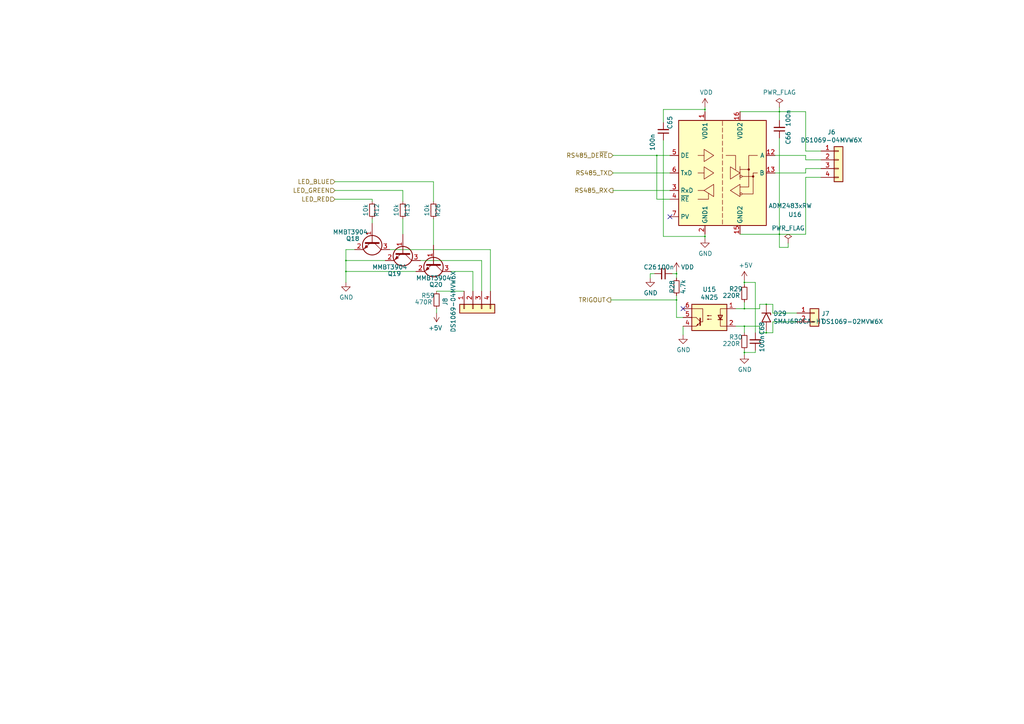
<source format=kicad_sch>
(kicad_sch (version 20200714) (host eeschema "5.99.0-unknown-4b7c88309~102~ubuntu18.04.1")
  (page 3 7)
  (paper "A4")
  (lib_symbols
    (symbol "Connector_Generic:Conn_01x02" (pin_names hide)
      (property "Reference" "J" (at 0 2.54 0))
      (property "Value" "Conn_01x02" (at 0 -5.08 0))
      (symbol "Conn_01x02_1_1"
        (rectangle (start -1.27 -2.413) (end 0 -2.667))
        (rectangle (start -1.27 0.127) (end 0 -0.127))
        (rectangle (start -1.27 1.27) (end 1.27 -3.81) (stroke (width 0.254)) (fill (type background)))
        (pin passive line (at -5.08 0 0) (length 3.81) (name "Pin_1") (number "1"))
        (pin passive line (at -5.08 -2.54 0) (length 3.81) (name "Pin_2") (number "2"))
      )
    )
    (symbol "Connector_Generic:Conn_01x04" (pin_names hide)
      (property "Reference" "J" (at 0 5.08 0))
      (property "Value" "Conn_01x04" (at 0 -7.62 0))
      (symbol "Conn_01x04_1_1"
        (rectangle (start -1.27 -4.953) (end 0 -5.207))
        (rectangle (start -1.27 -2.413) (end 0 -2.667))
        (rectangle (start -1.27 2.667) (end 0 2.413))
        (rectangle (start -1.27 3.81) (end 1.27 -6.35) (stroke (width 0.254)) (fill (type background)))
        (rectangle (start -1.27 0.127) (end 0 -0.127))
        (pin passive line (at -5.08 2.54 0) (length 3.81) (name "Pin_1") (number "1"))
        (pin passive line (at -5.08 0 0) (length 3.81) (name "Pin_2") (number "2"))
        (pin passive line (at -5.08 -2.54 0) (length 3.81) (name "Pin_3") (number "3"))
        (pin passive line (at -5.08 -5.08 0) (length 3.81) (name "Pin_4") (number "4"))
      )
    )
    (symbol "Device:C_Small" (pin_numbers hide) (pin_names (offset 0.254) hide)
      (property "Reference" "C" (at 0.254 1.778 0))
      (property "Value" "C_Small" (at 0.254 -2.032 0))
      (symbol "C_Small_0_1"
        (polyline (pts (xy -1.524 -0.508) (xy 1.524 -0.508)) (stroke (width 0.3302)))
        (polyline (pts (xy -1.524 0.508) (xy 1.524 0.508)) (stroke (width 0.3048)))
      )
      (symbol "C_Small_1_1"
        (pin passive line (at 0 2.54 270) (length 2.032) (name "~") (number "1"))
        (pin passive line (at 0 -2.54 90) (length 2.032) (name "~") (number "2"))
      )
    )
    (symbol "Device:C_Small_1" (pin_numbers hide) (pin_names (offset 0.254) hide)
      (property "Reference" "C" (at 0.254 1.778 0))
      (property "Value" "C_Small" (at 0.254 -2.032 0))
      (symbol "C_Small_1_0_1"
        (polyline (pts (xy -1.524 -0.508) (xy 1.524 -0.508)) (stroke (width 0.3302)))
        (polyline (pts (xy -1.524 0.508) (xy 1.524 0.508)) (stroke (width 0.3048)))
      )
      (symbol "C_Small_1_1_1"
        (pin passive line (at 0 2.54 270) (length 2.032) (name "~") (number "1"))
        (pin passive line (at 0 -2.54 90) (length 2.032) (name "~") (number "2"))
      )
    )
    (symbol "Device:C_Small_2" (pin_numbers hide) (pin_names (offset 0.254) hide)
      (property "Reference" "C" (at 0.254 1.778 0))
      (property "Value" "C_Small" (at 0.254 -2.032 0))
      (symbol "C_Small_2_0_1"
        (polyline (pts (xy -1.524 -0.508) (xy 1.524 -0.508)) (stroke (width 0.3302)))
        (polyline (pts (xy -1.524 0.508) (xy 1.524 0.508)) (stroke (width 0.3048)))
      )
      (symbol "C_Small_2_1_1"
        (pin passive line (at 0 2.54 270) (length 2.032) (name "~") (number "1"))
        (pin passive line (at 0 -2.54 90) (length 2.032) (name "~") (number "2"))
      )
    )
    (symbol "Device:C_Small_5" (pin_numbers hide) (pin_names (offset 0.254) hide)
      (property "Reference" "C" (at 0.254 1.778 0))
      (property "Value" "C_Small" (at 0.254 -2.032 0))
      (symbol "C_Small_5_0_1"
        (polyline (pts (xy -1.524 -0.508) (xy 1.524 -0.508)) (stroke (width 0.3302)))
        (polyline (pts (xy -1.524 0.508) (xy 1.524 0.508)) (stroke (width 0.3048)))
      )
      (symbol "C_Small_5_1_1"
        (pin passive line (at 0 2.54 270) (length 2.032) (name "~") (number "1"))
        (pin passive line (at 0 -2.54 90) (length 2.032) (name "~") (number "2"))
      )
    )
    (symbol "Device:R_Small" (pin_numbers hide) (pin_names (offset 0.254) hide)
      (property "Reference" "R" (at 0.762 0.508 0))
      (property "Value" "R_Small" (at 0.762 -1.016 0))
      (symbol "R_Small_0_1"
        (rectangle (start -0.762 1.778) (end 0.762 -1.778) (stroke (width 0.2032)))
      )
      (symbol "R_Small_1_1"
        (pin passive line (at 0 2.54 270) (length 0.762) (name "~") (number "1"))
        (pin passive line (at 0 -2.54 90) (length 0.762) (name "~") (number "2"))
      )
    )
    (symbol "Device:R_Small_1" (pin_numbers hide) (pin_names (offset 0.254) hide)
      (property "Reference" "R" (at 0.762 0.508 0))
      (property "Value" "R_Small" (at 0.762 -1.016 0))
      (symbol "R_Small_1_0_1"
        (rectangle (start -0.762 1.778) (end 0.762 -1.778) (stroke (width 0.2032)))
      )
      (symbol "R_Small_1_1_1"
        (pin passive line (at 0 2.54 270) (length 0.762) (name "~") (number "1"))
        (pin passive line (at 0 -2.54 90) (length 0.762) (name "~") (number "2"))
      )
    )
    (symbol "Device:R_Small_5" (pin_numbers hide) (pin_names (offset 0.254) hide)
      (property "Reference" "R" (at 0.762 0.508 0))
      (property "Value" "R_Small" (at 0.762 -1.016 0))
      (symbol "R_Small_5_0_1"
        (rectangle (start -0.762 1.778) (end 0.762 -1.778) (stroke (width 0.2032)))
      )
      (symbol "R_Small_5_1_1"
        (pin passive line (at 0 2.54 270) (length 0.762) (name "~") (number "1"))
        (pin passive line (at 0 -2.54 90) (length 0.762) (name "~") (number "2"))
      )
    )
    (symbol "Device:R_Small_6" (pin_numbers hide) (pin_names (offset 0.254) hide)
      (property "Reference" "R" (at 0.762 0.508 0))
      (property "Value" "R_Small" (at 0.762 -1.016 0))
      (symbol "R_Small_6_0_1"
        (rectangle (start -0.762 1.778) (end 0.762 -1.778) (stroke (width 0.2032)))
      )
      (symbol "R_Small_6_1_1"
        (pin passive line (at 0 2.54 270) (length 0.762) (name "~") (number "1"))
        (pin passive line (at 0 -2.54 90) (length 0.762) (name "~") (number "2"))
      )
    )
    (symbol "Device:R_Small_7" (pin_numbers hide) (pin_names (offset 0.254) hide)
      (property "Reference" "R" (at 0.762 0.508 0))
      (property "Value" "R_Small" (at 0.762 -1.016 0))
      (symbol "R_Small_7_0_1"
        (rectangle (start -0.762 1.778) (end 0.762 -1.778) (stroke (width 0.2032)))
      )
      (symbol "R_Small_7_1_1"
        (pin passive line (at 0 2.54 270) (length 0.762) (name "~") (number "1"))
        (pin passive line (at 0 -2.54 90) (length 0.762) (name "~") (number "2"))
      )
    )
    (symbol "Device:R_Small_8" (pin_numbers hide) (pin_names (offset 0.254) hide)
      (property "Reference" "R" (at 0.762 0.508 0))
      (property "Value" "R_Small" (at 0.762 -1.016 0))
      (symbol "R_Small_8_0_1"
        (rectangle (start -0.762 1.778) (end 0.762 -1.778) (stroke (width 0.2032)))
      )
      (symbol "R_Small_8_1_1"
        (pin passive line (at 0 2.54 270) (length 0.762) (name "~") (number "1"))
        (pin passive line (at 0 -2.54 90) (length 0.762) (name "~") (number "2"))
      )
    )
    (symbol "Device:R_Small_9" (pin_numbers hide) (pin_names (offset 0.254) hide)
      (property "Reference" "R" (at 0.762 0.508 0))
      (property "Value" "R_Small" (at 0.762 -1.016 0))
      (symbol "R_Small_9_0_1"
        (rectangle (start -0.762 1.778) (end 0.762 -1.778) (stroke (width 0.2032)))
      )
      (symbol "R_Small_9_1_1"
        (pin passive line (at 0 2.54 270) (length 0.762) (name "~") (number "1"))
        (pin passive line (at 0 -2.54 90) (length 0.762) (name "~") (number "2"))
      )
    )
    (symbol "Diode:1.5KExxA" (pin_numbers hide) (pin_names hide)
      (property "Reference" "D" (at 0 2.54 0))
      (property "Value" "1.5KExxA" (at 0 -2.54 0))
      (symbol "1.5KExxA_0_1"
        (polyline (pts (xy -0.762 1.27) (xy -1.27 1.27) (xy -1.27 -1.27)) (stroke (width 0.254)))
        (polyline (pts (xy 1.27 1.27) (xy 1.27 -1.27) (xy -1.27 0) (xy 1.27 1.27)) (stroke (width 0.254)))
      )
      (symbol "1.5KExxA_1_1"
        (pin passive line (at -3.81 0 0) (length 2.54) (name "A1") (number "1"))
        (pin passive line (at 3.81 0 180) (length 2.54) (name "A2") (number "2"))
      )
    )
    (symbol "Interface_UART:ADM2483xRW" (pin_names (offset 0.508))
      (property "Reference" "U" (at -12.7 16.51 0))
      (property "Value" "ADM2483xRW" (at 6.35 16.51 0))
      (symbol "ADM2483xRW_0_1"
        (circle (center 5.3848 -6.0706) (radius 0.3048))
        (circle (center 5.3848 -0.9906) (radius 0.3048))
        (circle (center 7.62 1.016) (radius 0.254) (fill (type outline)))
        (circle (center 8.89 -1.016) (radius 0.254) (fill (type outline)))
        (rectangle (start -12.7 15.24) (end 12.7 -15.24) (stroke (width 0.254)) (fill (type background)))
        (polyline (pts (xy -5.334 -5.08) (xy -7.112 -5.08)))
        (polyline (pts (xy -5.334 0) (xy -7.112 0)))
        (polyline (pts (xy -5.334 5.08) (xy -7.112 5.08)))
        (polyline (pts (xy 5.08 1.016) (xy 7.62 1.016)))
        (polyline (pts (xy 5.08 1.905) (xy 5.08 -1.905)))
        (polyline (pts (xy 5.715 -1.016) (xy 8.89 -1.016)))
        (polyline (pts (xy -7.112 -7.62) (xy -4.064 -7.62) (xy -4.064 -5.969)))
        (polyline (pts (xy 1.016 5.08) (xy 3.81 5.08) (xy 3.81 0.889)))
        (polyline (pts (xy -5.334 -5.08) (xy -2.54 -3.302) (xy -2.54 -6.858) (xy -5.334 -5.08)))
        (polyline (pts (xy -2.54 0) (xy -5.334 1.778) (xy -5.334 -1.778) (xy -2.54 0)))
        (polyline (pts (xy -2.54 5.08) (xy -5.334 6.858) (xy -5.334 3.302) (xy -2.54 5.08)))
        (polyline (pts (xy 2.286 -5.08) (xy 5.08 -3.302) (xy 5.08 -6.858) (xy 2.286 -5.08)))
        (polyline (pts (xy 5.08 -4.064) (xy 7.62 -4.064) (xy 7.62 5.08) (xy 10.16 5.08)))
        (polyline (pts (xy 5.08 0) (xy 2.286 1.778) (xy 2.286 -1.778) (xy 5.08 0)))
        (polyline (pts (xy 5.715 -6.096) (xy 8.89 -6.096) (xy 8.89 0) (xy 10.16 0)))
      )
      (symbol "ADM2483xRW_0_0"
        (polyline (pts (xy 0 -13.589) (xy 0 -14.859)))
        (polyline (pts (xy 0 -11.684) (xy 0 -12.954)))
        (polyline (pts (xy 0 -9.779) (xy 0 -11.049)))
        (polyline (pts (xy 0 -7.874) (xy 0 -9.144)))
        (polyline (pts (xy 0 -5.969) (xy 0 -7.239)))
        (polyline (pts (xy 0 -4.064) (xy 0 -5.334)))
        (polyline (pts (xy 0 -2.159) (xy 0 -3.429)))
        (polyline (pts (xy 0 -0.254) (xy 0 -1.524)))
        (polyline (pts (xy 0 1.651) (xy 0 0.381)))
        (polyline (pts (xy 0 3.556) (xy 0 2.286)))
        (polyline (pts (xy 0 5.461) (xy 0 4.191)))
        (polyline (pts (xy 0 7.366) (xy 0 6.096)))
        (polyline (pts (xy 0 9.271) (xy 0 8.001)))
        (polyline (pts (xy 0 11.176) (xy 0 9.906)))
        (polyline (pts (xy 0 13.081) (xy 0 11.811)))
        (polyline (pts (xy 0 14.986) (xy 0 13.716)))
      )
      (symbol "ADM2483xRW_1_1"
        (pin power_in line (at -5.08 17.78 270) (length 2.54) (name "VDD1") (number "1"))
        (pin unconnected line (at 7.62 -15.24 90) (length 2.54) hide (name "NC") (number "10"))
        (pin unconnected line (at 12.7 -7.62 180) (length 2.54) hide (name "NC") (number "11"))
        (pin bidirectional line (at 15.24 5.08 180) (length 2.54) (name "A") (number "12"))
        (pin bidirectional line (at 15.24 0 180) (length 2.54) (name "B") (number "13"))
        (pin unconnected line (at 12.7 7.62 180) (length 2.54) hide (name "NC") (number "14"))
        (pin power_in line (at 5.08 -17.78 90) (length 2.54) (name "GND2") (number "15"))
        (pin power_in line (at 5.08 17.78 270) (length 2.54) (name "VDD2") (number "16"))
        (pin power_in line (at -5.08 -17.78 90) (length 2.54) (name "GND1") (number "2"))
        (pin output line (at -15.24 -5.08 0) (length 2.54) (name "RxD") (number "3"))
        (pin input line (at -15.24 -7.62 0) (length 2.54) (name "~RE") (number "4"))
        (pin input line (at -15.24 5.08 0) (length 2.54) (name "DE") (number "5"))
        (pin input line (at -15.24 0 0) (length 2.54) (name "TxD") (number "6"))
        (pin input line (at -15.24 -12.7 0) (length 2.54) (name "PV") (number "7"))
        (pin passive line (at -5.08 -17.78 90) (length 2.54) hide (name "GND1") (number "8"))
        (pin passive line (at 5.08 -17.78 90) (length 2.54) hide (name "GND2") (number "9"))
      )
    )
    (symbol "Isolator:4N25"
      (property "Reference" "U" (at -5.08 5.08 0))
      (property "Value" "4N25" (at 0 5.08 0))
      (symbol "4N25_0_1"
        (rectangle (start -5.08 3.81) (end 5.08 -3.81) (stroke (width 0.254)) (fill (type background)))
        (polyline (pts (xy -3.81 -0.635) (xy -2.54 -0.635)) (stroke (width 0.254)))
        (polyline (pts (xy 2.667 -1.397) (xy 3.81 -2.54)))
        (polyline (pts (xy 2.667 -1.143) (xy 3.81 0)))
        (polyline (pts (xy 3.81 -2.54) (xy 5.08 -2.54)))
        (polyline (pts (xy 3.81 0) (xy 5.08 0)))
        (polyline (pts (xy 2.667 -0.254) (xy 2.667 -2.286) (xy 2.667 -2.286)) (stroke (width 0.3556)))
        (polyline (pts (xy -5.08 -2.54) (xy -3.175 -2.54) (xy -3.175 2.54) (xy -5.08 2.54)))
        (polyline (pts (xy -3.175 -0.635) (xy -3.81 0.635) (xy -2.54 0.635) (xy -3.175 -0.635)) (stroke (width 0.254)))
        (polyline (pts (xy 3.683 -2.413) (xy 3.429 -1.905) (xy 3.175 -2.159) (xy 3.683 -2.413)))
        (polyline (pts (xy 5.08 2.54) (xy 1.905 2.54) (xy 1.905 -1.27) (xy 2.54 -1.27)))
        (polyline (pts (xy -0.635 -0.508) (xy 0.635 -0.508) (xy 0.254 -0.635) (xy 0.254 -0.381) (xy 0.635 -0.508)))
        (polyline (pts (xy -0.635 0.508) (xy 0.635 0.508) (xy 0.254 0.381) (xy 0.254 0.635) (xy 0.635 0.508)))
      )
      (symbol "4N25_1_1"
        (pin passive line (at -7.62 2.54 0) (length 2.54) (name "~") (number "1"))
        (pin passive line (at -7.62 -2.54 0) (length 2.54) (name "~") (number "2"))
        (pin unconnected line (at -5.08 0 0) (length 2.54) hide (name "NC") (number "3"))
        (pin passive line (at 7.62 -2.54 180) (length 2.54) (name "~") (number "4"))
        (pin passive line (at 7.62 0 180) (length 2.54) (name "~") (number "5"))
        (pin passive line (at 7.62 2.54 180) (length 2.54) (name "~") (number "6"))
      )
    )
    (symbol "Transistor_BJT:MMBT3904" (pin_names (offset 0) hide)
      (property "Reference" "Q" (at 5.08 1.905 0))
      (property "Value" "MMBT3904" (at 5.08 0 0))
      (symbol "MMBT3904_0_1"
        (circle (center 1.27 0) (radius 2.8194) (stroke (width 0.254)))
        (polyline (pts (xy 0.635 0.635) (xy 2.54 2.54)))
        (polyline (pts (xy 0.635 -0.635) (xy 2.54 -2.54) (xy 2.54 -2.54)))
        (polyline (pts (xy 0.635 1.905) (xy 0.635 -1.905) (xy 0.635 -1.905)) (stroke (width 0.508)))
        (polyline (pts (xy 1.27 -1.778) (xy 1.778 -1.27) (xy 2.286 -2.286) (xy 1.27 -1.778) (xy 1.27 -1.778)) (fill (type outline)))
      )
      (symbol "MMBT3904_1_1"
        (pin input line (at -5.08 0 0) (length 5.715) (name "B") (number "1"))
        (pin passive line (at 2.54 -5.08 90) (length 2.54) (name "E") (number "2"))
        (pin passive line (at 2.54 5.08 270) (length 2.54) (name "C") (number "3"))
      )
    )
    (symbol "Transistor_BJT:MMBT3904_1" (pin_names (offset 0) hide)
      (property "Reference" "Q" (at 5.08 1.905 0))
      (property "Value" "MMBT3904" (at 5.08 0 0))
      (symbol "MMBT3904_1_0_1"
        (circle (center 1.27 0) (radius 2.8194) (stroke (width 0.254)))
        (polyline (pts (xy 0.635 0.635) (xy 2.54 2.54)))
        (polyline (pts (xy 0.635 -0.635) (xy 2.54 -2.54) (xy 2.54 -2.54)))
        (polyline (pts (xy 0.635 1.905) (xy 0.635 -1.905) (xy 0.635 -1.905)) (stroke (width 0.508)))
        (polyline (pts (xy 1.27 -1.778) (xy 1.778 -1.27) (xy 2.286 -2.286) (xy 1.27 -1.778) (xy 1.27 -1.778)) (fill (type outline)))
      )
      (symbol "MMBT3904_1_1_1"
        (pin input line (at -5.08 0 0) (length 5.715) (name "B") (number "1"))
        (pin passive line (at 2.54 -5.08 90) (length 2.54) (name "E") (number "2"))
        (pin passive line (at 2.54 5.08 270) (length 2.54) (name "C") (number "3"))
      )
    )
    (symbol "power:+5V" (power) (pin_names (offset 0))
      (property "Value" "+5V" (at 0 3.556 0))
      (symbol "+5V_0_1"
        (polyline (pts (xy -0.762 1.27) (xy 0 2.54)))
        (polyline (pts (xy 0 0) (xy 0 2.54)))
        (polyline (pts (xy 0 2.54) (xy 0.762 1.27)))
      )
      (symbol "+5V_1_1"
        (pin power_in line (at 0 0 90) (length 0) hide (name "+5V") (number "1"))
      )
    )
    (symbol "power:GND" (power) (pin_names (offset 0))
      (property "Value" "GND" (at 0 -3.81 0))
      (symbol "GND_0_1"
        (polyline (pts (xy 0 0) (xy 0 -1.27) (xy 1.27 -1.27) (xy 0 -2.54) (xy -1.27 -1.27) (xy 0 -1.27)))
      )
      (symbol "GND_1_1"
        (pin power_in line (at 0 0 270) (length 0) hide (name "GND") (number "1"))
      )
    )
    (symbol "power:PWR_FLAG" (power) (pin_numbers hide) (pin_names (offset 0) hide)
      (property "Value" "PWR_FLAG" (at 0 3.81 0))
      (symbol "PWR_FLAG_0_1"
        (polyline (pts (xy 0 0) (xy 0 1.27) (xy -1.016 1.905) (xy 0 2.54) (xy 1.016 1.905) (xy 0 1.27)))
      )
      (symbol "PWR_FLAG_0_0"
        (pin power_out line (at 0 0 90) (length 0) (name "pwr") (number "1"))
      )
    )
    (symbol "power:VDD" (power) (pin_names (offset 0))
      (property "Value" "VDD" (at 0 3.81 0))
      (symbol "VDD_0_1"
        (polyline (pts (xy -0.762 1.27) (xy 0 2.54)))
        (polyline (pts (xy 0 0) (xy 0 2.54)))
        (polyline (pts (xy 0 2.54) (xy 0.762 1.27)))
      )
      (symbol "VDD_1_1"
        (pin power_in line (at 0 0 90) (length 0) hide (name "VDD") (number "1"))
      )
    )
  )
  (junction (at 100.33 75.565) (diameter 0.3048))
  (junction (at 100.33 78.74) (diameter 0.3048))
  (junction (at 190.5 45.085) (diameter 0.3048))
  (junction (at 196.215 79.375) (diameter 0.3048))
  (junction (at 196.215 86.995) (diameter 0.3048))
  (junction (at 204.47 31.75) (diameter 0.3048))
  (junction (at 204.47 68.58) (diameter 0.3048))
  (junction (at 215.9 81.915) (diameter 0.3048))
  (junction (at 215.9 89.535) (diameter 0.3048))
  (junction (at 215.9 94.615) (diameter 0.3048))
  (junction (at 215.9 102.235) (diameter 0.3048))
  (junction (at 222.25 88.265) (diameter 0.3048))
  (junction (at 222.25 96.52) (diameter 0.3048))
  (junction (at 226.06 32.385) (diameter 0.3048))
  (junction (at 226.06 67.945) (diameter 0.3048))
  (no_connect (at 198.12 89.535))
  (no_connect (at 194.31 62.865))
  (wire (pts (xy 97.155 52.705) (xy 125.73 52.705)))
  (wire (pts (xy 97.155 55.245) (xy 116.84 55.245)))
  (wire (pts (xy 97.155 57.785) (xy 107.95 57.785)))
  (wire (pts (xy 100.33 72.39) (xy 100.33 75.565)))
  (wire (pts (xy 100.33 72.39) (xy 102.87 72.39)))
  (wire (pts (xy 100.33 75.565) (xy 100.33 78.74)))
  (wire (pts (xy 100.33 75.565) (xy 111.76 75.565)))
  (wire (pts (xy 100.33 78.74) (xy 100.33 81.915)))
  (wire (pts (xy 100.33 78.74) (xy 120.65 78.74)))
  (wire (pts (xy 107.95 57.785) (xy 107.95 58.42)))
  (wire (pts (xy 107.95 63.5) (xy 107.95 64.77)))
  (wire (pts (xy 113.03 72.39) (xy 142.24 72.39)))
  (wire (pts (xy 116.84 55.245) (xy 116.84 58.42)))
  (wire (pts (xy 116.84 63.5) (xy 116.84 67.945)))
  (wire (pts (xy 121.92 75.565) (xy 139.7 75.565)))
  (wire (pts (xy 125.73 52.705) (xy 125.73 58.42)))
  (wire (pts (xy 125.73 63.5) (xy 125.73 71.12)))
  (wire (pts (xy 126.619 84.455) (xy 134.62 84.455)))
  (wire (pts (xy 126.619 90.805) (xy 126.619 89.535)))
  (wire (pts (xy 130.81 78.74) (xy 137.16 78.74)))
  (wire (pts (xy 137.16 78.74) (xy 137.16 84.455)))
  (wire (pts (xy 139.7 84.455) (xy 139.7 75.565)))
  (wire (pts (xy 142.24 72.39) (xy 142.24 84.455)))
  (wire (pts (xy 177.165 86.995) (xy 196.215 86.995)))
  (wire (pts (xy 177.8 45.085) (xy 190.5 45.085)))
  (wire (pts (xy 177.8 50.165) (xy 194.31 50.165)))
  (wire (pts (xy 177.8 55.245) (xy 194.31 55.245)))
  (wire (pts (xy 188.595 79.375) (xy 188.595 80.645)))
  (wire (pts (xy 189.865 79.375) (xy 188.595 79.375)))
  (wire (pts (xy 190.5 45.085) (xy 194.31 45.085)))
  (wire (pts (xy 190.5 57.785) (xy 190.5 45.085)))
  (wire (pts (xy 192.405 31.75) (xy 192.405 35.56)))
  (wire (pts (xy 192.405 31.75) (xy 204.47 31.75)))
  (wire (pts (xy 192.405 40.64) (xy 192.405 68.58)))
  (wire (pts (xy 192.405 68.58) (xy 204.47 68.58)))
  (wire (pts (xy 194.31 57.785) (xy 190.5 57.785)))
  (wire (pts (xy 194.945 79.375) (xy 196.215 79.375)))
  (wire (pts (xy 196.215 78.74) (xy 196.215 79.375)))
  (wire (pts (xy 196.215 79.375) (xy 196.215 80.645)))
  (wire (pts (xy 196.215 85.725) (xy 196.215 86.995)))
  (wire (pts (xy 196.215 86.995) (xy 196.215 92.075)))
  (wire (pts (xy 196.215 92.075) (xy 198.12 92.075)))
  (wire (pts (xy 198.12 97.155) (xy 198.12 94.615)))
  (wire (pts (xy 204.47 31.115) (xy 204.47 31.75)))
  (wire (pts (xy 204.47 31.75) (xy 204.47 32.385)))
  (wire (pts (xy 204.47 67.945) (xy 204.47 68.58)))
  (wire (pts (xy 204.47 68.58) (xy 204.47 69.215)))
  (wire (pts (xy 213.36 89.535) (xy 215.9 89.535)))
  (wire (pts (xy 213.36 94.615) (xy 215.9 94.615)))
  (wire (pts (xy 214.63 32.385) (xy 226.06 32.385)))
  (wire (pts (xy 214.63 67.945) (xy 226.06 67.945)))
  (wire (pts (xy 215.9 81.28) (xy 215.9 81.915)))
  (wire (pts (xy 215.9 81.915) (xy 215.9 82.55)))
  (wire (pts (xy 215.9 87.63) (xy 215.9 89.535)))
  (wire (pts (xy 215.9 89.535) (xy 220.345 89.535)))
  (wire (pts (xy 215.9 94.615) (xy 215.9 96.52)))
  (wire (pts (xy 215.9 94.615) (xy 220.345 94.615)))
  (wire (pts (xy 215.9 101.6) (xy 215.9 102.235)))
  (wire (pts (xy 215.9 102.235) (xy 215.9 102.87)))
  (wire (pts (xy 215.9 102.235) (xy 219.075 102.235)))
  (wire (pts (xy 219.075 81.915) (xy 215.9 81.915)))
  (wire (pts (xy 219.075 96.52) (xy 219.075 81.915)))
  (wire (pts (xy 219.075 102.235) (xy 219.075 101.6)))
  (wire (pts (xy 220.345 88.265) (xy 220.345 89.535)))
  (wire (pts (xy 220.345 88.265) (xy 222.25 88.265)))
  (wire (pts (xy 220.345 94.615) (xy 220.345 96.52)))
  (wire (pts (xy 220.345 96.52) (xy 222.25 96.52)))
  (wire (pts (xy 222.25 88.265) (xy 224.155 88.265)))
  (wire (pts (xy 222.25 95.885) (xy 222.25 96.52)))
  (wire (pts (xy 222.25 96.52) (xy 224.155 96.52)))
  (wire (pts (xy 224.155 88.265) (xy 224.155 90.805)))
  (wire (pts (xy 224.155 93.345) (xy 231.14 93.345)))
  (wire (pts (xy 224.155 96.52) (xy 224.155 93.345)))
  (wire (pts (xy 224.79 45.085) (xy 233.68 45.085)))
  (wire (pts (xy 224.79 50.165) (xy 233.68 50.165)))
  (wire (pts (xy 226.06 31.115) (xy 226.06 32.385)))
  (wire (pts (xy 226.06 32.385) (xy 226.06 34.925)))
  (wire (pts (xy 226.06 32.385) (xy 233.68 32.385)))
  (wire (pts (xy 226.06 40.005) (xy 226.06 67.945)))
  (wire (pts (xy 226.06 67.945) (xy 226.06 71.755)))
  (wire (pts (xy 226.06 67.945) (xy 233.68 67.945)))
  (wire (pts (xy 226.06 71.755) (xy 228.6 71.755)))
  (wire (pts (xy 228.6 71.755) (xy 228.6 70.485)))
  (wire (pts (xy 231.14 90.805) (xy 224.155 90.805)))
  (wire (pts (xy 233.68 32.385) (xy 233.68 43.815)))
  (wire (pts (xy 233.68 43.815) (xy 238.125 43.815)))
  (wire (pts (xy 233.68 45.085) (xy 233.68 46.355)))
  (wire (pts (xy 233.68 46.355) (xy 238.125 46.355)))
  (wire (pts (xy 233.68 48.895) (xy 238.125 48.895)))
  (wire (pts (xy 233.68 50.165) (xy 233.68 48.895)))
  (wire (pts (xy 233.68 51.435) (xy 233.68 67.945)))
  (wire (pts (xy 238.125 51.435) (xy 233.68 51.435)))
  (hierarchical_label "LED_BLUE" (shape input) (at 97.155 52.705 180))
  (hierarchical_label "LED_GREEN" (shape input) (at 97.155 55.245 180))
  (hierarchical_label "LED_RED" (shape input) (at 97.155 57.785 180))
  (hierarchical_label "TRIGOUT" (shape output) (at 177.165 86.995 180))
  (hierarchical_label "RS485_DE~RE" (shape input) (at 177.8 45.085 180))
  (hierarchical_label "RS485_TX" (shape input) (at 177.8 50.165 180))
  (hierarchical_label "RS485_RX" (shape output) (at 177.8 55.245 180))
  (symbol (lib_id "power:PWR_FLAG") (at 226.06 31.115 0) (unit 1)
    (property "Reference" "#FLG0124" (effects hide))
    (property "Value" "PWR_FLAG" (at 226.06 26.7906 0))
  )
  (symbol (lib_id "power:PWR_FLAG") (at 228.6 70.485 0) (unit 1)
    (property "Reference" "#FLG0125" (effects hide))
    (property "Value" "PWR_FLAG" (at 228.6 66.167 0))
  )
  (symbol (lib_id "power:+5V") (at 126.619 90.805 180) (unit 1)
    (property "Reference" "#PWR0111" (effects hide))
    (property "Value" "+5V" (at 126.2507 95.1294 0))
  )
  (symbol (lib_id "power:VDD") (at 196.215 78.74 0) (unit 1)
    (property "Reference" "#PWR0113" (effects hide))
    (property "Value" "VDD" (at 199.39 77.47 0))
  )
  (symbol (lib_id "power:VDD") (at 204.47 31.115 0) (unit 1)
    (property "Reference" "#PWR071" (effects hide))
    (property "Value" "VDD" (at 204.851 26.797 0))
  )
  (symbol (lib_id "power:+5V") (at 215.9 81.28 0) (unit 1)
    (property "Reference" "#PWR033" (effects hide))
    (property "Value" "+5V" (at 216.2683 76.9556 0))
  )
  (symbol (lib_id "power:GND") (at 100.33 81.915 0) (unit 1)
    (property "Reference" "#PWR0108" (effects hide))
    (property "Value" "GND" (at 100.4443 86.2394 0))
  )
  (symbol (lib_id "power:GND") (at 188.595 80.645 0) (unit 1)
    (property "Reference" "#PWR0112" (effects hide))
    (property "Value" "GND" (at 188.7093 84.9694 0))
  )
  (symbol (lib_id "power:GND") (at 198.12 97.155 0) (unit 1)
    (property "Reference" "#PWR0115" (effects hide))
    (property "Value" "GND" (at 198.247 101.473 0))
  )
  (symbol (lib_id "power:GND") (at 204.47 69.215 0) (unit 1)
    (property "Reference" "#PWR0107" (effects hide))
    (property "Value" "GND" (at 204.5843 73.5394 0))
  )
  (symbol (lib_id "power:GND") (at 215.9 102.87 0) (unit 1)
    (property "Reference" "#PWR0116" (effects hide))
    (property "Value" "GND" (at 216.027 107.188 0))
  )
  (symbol (lib_name "Device:R_Small_6") (lib_id "Device:R_Small") (at 107.95 60.96 0) (unit 1)
    (property "Reference" "R12" (at 109.22 60.96 90))
    (property "Value" "10k" (at 106.045 60.96 90))
    (property "Footprint" "Resistor_SMD:R_0805_2012Metric" (effects hide))
    (property "Link" "https://ozdisan.com/passive-components/resistors/smt-smd-and-chip-resistors/0805S8J0103T5E" (effects hide))
    (property "Price" "0.00221 USD" (effects hide))
  )
  (symbol (lib_name "Device:R_Small_7") (lib_id "Device:R_Small") (at 116.84 60.96 0) (unit 1)
    (property "Reference" "R13" (at 118.11 60.96 90))
    (property "Value" "10k" (at 114.935 60.96 90))
    (property "Footprint" "Resistor_SMD:R_0805_2012Metric" (effects hide))
    (property "Link" "https://ozdisan.com/passive-components/resistors/smt-smd-and-chip-resistors/0805S8J0103T5E" (effects hide))
    (property "Price" "0.00221 USD" (effects hide))
  )
  (symbol (lib_name "Device:R_Small_8") (lib_id "Device:R_Small") (at 125.73 60.96 0) (unit 1)
    (property "Reference" "R26" (at 127 60.96 90))
    (property "Value" "10k" (at 123.825 60.96 90))
    (property "Footprint" "Resistor_SMD:R_0805_2012Metric" (effects hide))
    (property "Link" "https://ozdisan.com/passive-components/resistors/smt-smd-and-chip-resistors/0805S8J0103T5E" (effects hide))
    (property "Price" "0.00221 USD" (effects hide))
  )
  (symbol (lib_id "Device:R_Small") (at 126.619 86.995 0) (unit 1)
    (property "Reference" "R59" (at 122.174 85.725 0) (effects (justify left)))
    (property "Value" "470R" (at 120.269 87.63 0) (effects (justify left)))
    (property "Footprint" "Resistor_SMD:R_0805_2012Metric" (effects hide))
    (property "Link" "https://ozdisan.com/passive-components/resistors/smt-smd-and-chip-resistors/0805S8J0471T5E" (effects hide))
    (property "Price" "0.00221 USD" (effects hide))
  )
  (symbol (lib_name "Device:R_Small_1") (lib_id "Device:R_Small") (at 196.215 83.185 180) (unit 1)
    (property "Reference" "R28" (at 194.945 83.185 90))
    (property "Value" "4.7k" (at 198.12 83.185 90))
    (property "Footprint" "Resistor_SMD:R_0805_2012Metric" (effects hide))
    (property "Link" "https://ozdisan.com/passive-components/resistors/smt-smd-and-chip-resistors/0805S8F4701T5E" (effects hide))
    (property "Price" "0.00286 USD" (effects hide))
  )
  (symbol (lib_name "Device:R_Small_5") (lib_id "Device:R_Small") (at 215.9 85.09 0) (unit 1)
    (property "Reference" "R29" (at 211.455 83.82 0) (effects (justify left)))
    (property "Value" "220R" (at 209.55 85.725 0) (effects (justify left)))
    (property "Footprint" "Resistor_SMD:R_0805_2012Metric" (effects hide))
    (property "Link" "https://ozdisan.com/passive-components/resistors/smt-smd-and-chip-resistors/0805S8J0221T5E" (effects hide))
    (property "Price" "0.00221 USD" (effects hide))
  )
  (symbol (lib_name "Device:R_Small_9") (lib_id "Device:R_Small") (at 215.9 99.06 0) (unit 1)
    (property "Reference" "R30" (at 211.455 97.79 0) (effects (justify left)))
    (property "Value" "220R" (at 209.55 99.695 0) (effects (justify left)))
    (property "Footprint" "Resistor_SMD:R_0805_2012Metric" (effects hide))
    (property "Link" "https://ozdisan.com/passive-components/resistors/smt-smd-and-chip-resistors/0805S8J0221T5E" (effects hide))
    (property "Price" "0.00221 USD" (effects hide))
  )
  (symbol (lib_name "Device:C_Small_2") (lib_id "Device:C_Small") (at 192.405 38.1 180) (unit 1)
    (property "Reference" "C65" (at 194.31 35.56 90))
    (property "Value" "100n" (at 189.23 41.275 90))
    (property "Footprint" "Capacitor_SMD:C_0805_2012Metric" (effects hide))
    (property "Link" "https://ozdisan.com/passive-components/capacitors/smt-smd-and-mlcc-capacitors/CL21B104KBFWPNE" (effects hide))
    (property "Price" "0.01537 USD" (effects hide))
  )
  (symbol (lib_name "Device:C_Small_1") (lib_id "Device:C_Small") (at 192.405 79.375 270) (unit 1)
    (property "Reference" "C26" (at 188.595 77.47 90))
    (property "Value" "100n" (at 193.04 77.47 90))
    (property "Footprint" "Capacitor_SMD:C_0805_2012Metric" (effects hide))
    (property "Link" "https://ozdisan.com/passive-components/capacitors/smt-smd-and-mlcc-capacitors/CL21B104KBFWPNE" (effects hide))
    (property "Price" "0.01537 USD" (effects hide))
  )
  (symbol (lib_name "Device:C_Small_5") (lib_id "Device:C_Small") (at 219.075 99.06 180) (unit 1)
    (property "Reference" "C68" (at 220.98 95.25 90))
    (property "Value" "100n" (at 220.98 99.695 90))
    (property "Footprint" "Capacitor_SMD:C_0805_2012Metric" (effects hide))
    (property "Link" "https://ozdisan.com/passive-components/capacitors/smt-smd-and-mlcc-capacitors/CL21B104KBFWPNE" (effects hide))
    (property "Price" "0.01537 USD" (effects hide))
  )
  (symbol (lib_id "Device:C_Small") (at 226.06 37.465 180) (unit 1)
    (property "Reference" "C66" (at 228.6 40.005 90))
    (property "Value" "100n" (at 228.6 34.29 90))
    (property "Footprint" "Capacitor_SMD:C_0805_2012Metric" (effects hide))
    (property "Link" "https://ozdisan.com/passive-components/capacitors/smt-smd-and-mlcc-capacitors/CL21B104KBFWPNE" (effects hide))
    (property "Price" "0.01537 USD" (effects hide))
  )
  (symbol (lib_id "Diode:1.5KExxA") (at 222.25 92.075 270) (unit 1)
    (property "Reference" "D29" (at 224.2821 90.9256 90) (effects (justify left)))
    (property "Value" "SMAJ6R0CA-HT" (at 224.2821 93.2243 90) (effects (justify left)))
    (property "Footprint" "oe_diode:DO214AC_SMA" (effects hide))
    (property "Link" "https://ozdisan.com/power-semiconductors/diodes-diode-modules-and-rectifiers/tvs-diodes/SMAJ6R0CA-HT" (effects hide))
    (property "Price" "0.09784 USD" (effects hide))
  )
  (symbol (lib_id "Connector_Generic:Conn_01x02") (at 236.22 90.805 0) (unit 1)
    (property "Reference" "J7" (at 238.2521 90.9764 0) (effects (justify left)))
    (property "Value" "DS1069-02MVW6X" (at 238.2521 93.2751 0) (effects (justify left)))
    (property "Footprint" "Connector_JST:JST_EH_B2B-EH-A_1x02_P2.50mm_Vertical" (effects hide))
    (property "Link" "https://ozdisan.com/connectors-and-interconnects/rectangular-connectors/pcb-connectors/DS1069-02MVW6X" (effects hide))
    (property "Price" "0.00702 USD" (effects hide))
  )
  (symbol (lib_id "Connector_Generic:Conn_01x04") (at 137.16 89.535 90) (mirror x) (unit 1)
    (property "Reference" "J8" (at 129.1336 87.503 0))
    (property "Value" "DS1069-04MVW6X" (at 131.445 87.503 0))
    (property "Footprint" "Connector_JST:JST_EH_B4B-EH-A_1x04_P2.50mm_Vertical" (effects hide))
    (property "Link" "https://ozdisan.com/Product/Detail/347998/DS1069-04MVW6X" (effects hide))
    (property "Price" "0.01305 USD" (effects hide))
  )
  (symbol (lib_id "Connector_Generic:Conn_01x04") (at 243.205 46.355 0) (unit 1)
    (property "Reference" "J6" (at 241.173 38.3286 0))
    (property "Value" "DS1069-04MVW6X" (at 241.173 40.64 0))
    (property "Footprint" "Connector_JST:JST_EH_B4B-EH-A_1x04_P2.50mm_Vertical" (effects hide))
    (property "Link" "https://ozdisan.com/Product/Detail/347998/DS1069-04MVW6X" (effects hide))
    (property "Price" "0.01305 USD" (effects hide))
  )
  (symbol (lib_name "Transistor_BJT:MMBT3904_1") (lib_id "Transistor_BJT:MMBT3904") (at 107.95 69.85 270) (unit 1)
    (property "Reference" "Q18" (at 100.33 69.215 90) (effects (justify left)))
    (property "Value" "MMBT3904" (at 96.52 67.31 90) (effects (justify left)))
    (property "Footprint" "Package_TO_SOT_SMD:SOT-23" (effects hide))
    (property "Datasheet" "https://www.fairchildsemi.com/datasheets/2N/2N3904.pdf" (effects hide))
    (property "Link" "https://ozdisan.com/Product/Detail/451907/MMBT3904LT1G" (effects hide))
    (property "Price" "0.01281 USD" (effects hide))
  )
  (symbol (lib_id "Transistor_BJT:MMBT3904") (at 116.84 73.025 270) (unit 1)
    (property "Reference" "Q19" (at 112.395 79.375 90) (effects (justify left)))
    (property "Value" "MMBT3904" (at 107.95 77.47 90) (effects (justify left)))
    (property "Footprint" "Package_TO_SOT_SMD:SOT-23" (effects hide))
    (property "Datasheet" "https://www.fairchildsemi.com/datasheets/2N/2N3904.pdf" (effects hide))
    (property "Link" "https://ozdisan.com/Product/Detail/451907/MMBT3904LT1G" (effects hide))
    (property "Price" "0.01281 USD" (effects hide))
  )
  (symbol (lib_id "Transistor_BJT:MMBT3904") (at 125.73 76.2 270) (unit 1)
    (property "Reference" "Q20" (at 124.46 82.55 90) (effects (justify left)))
    (property "Value" "MMBT3904" (at 120.65 80.645 90) (effects (justify left)))
    (property "Footprint" "Package_TO_SOT_SMD:SOT-23" (effects hide))
    (property "Datasheet" "https://www.fairchildsemi.com/datasheets/2N/2N3904.pdf" (effects hide))
    (property "Link" "https://ozdisan.com/Product/Detail/451907/MMBT3904LT1G" (effects hide))
    (property "Price" "0.01281 USD" (effects hide))
  )
  (symbol (lib_id "Isolator:4N25") (at 205.74 92.075 0) (mirror y) (unit 1)
    (property "Reference" "U15" (at 205.74 83.947 0))
    (property "Value" "4N25" (at 205.74 86.2584 0))
    (property "Footprint" "Package_DIP:DIP-6_W7.62mm" (effects hide))
    (property "Datasheet" "https://www.vishay.com/docs/83725/4n25.pdf" (effects hide))
    (property "Link" "https://ozdisan.com/optoelectronics-and-sensors/optoelectronics/optocoupler-transistor-output/4N25-LITEON" (effects hide))
    (property "Price" "0.26025 USD" (effects hide))
  )
  (symbol (lib_id "Interface_UART:ADM2483xRW") (at 209.55 50.165 0) (unit 1)
    (property "Reference" "U16" (at 228.6 62.23 0) (effects (justify left)))
    (property "Value" "ADM2483xRW" (at 222.885 59.69 0) (effects (justify left)))
    (property "Footprint" "Package_SO:SOIC-16W_7.5x10.3mm_P1.27mm" (effects hide))
    (property "Datasheet" "https://www.analog.com/media/en/technical-documentation/data-sheets/adm2483.pdf" (effects hide))
    (property "Link" "https://ozdisan.com/integrated-circuits-ics/interfaces-and-peripherals-ics/digital-isolators/ADM2483BRWZ-REEL" (effects hide))
    (property "Price" "3.43398 USD" (effects hide))
  )
)
</source>
